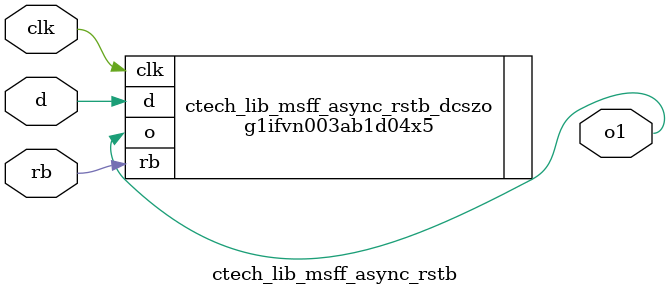
<source format=sv>

module ctech_lib_msff_async_rstb (
   input logic clk,
   input logic d,
   input logic rb,
   output logic o1 );

   g1ifvn003ab1d04x5 ctech_lib_msff_async_rstb_dcszo (.clk(clk), .d(d), .o(o1), .rb(rb));
 
endmodule // ctech_lib_msff_async_rstb

</source>
